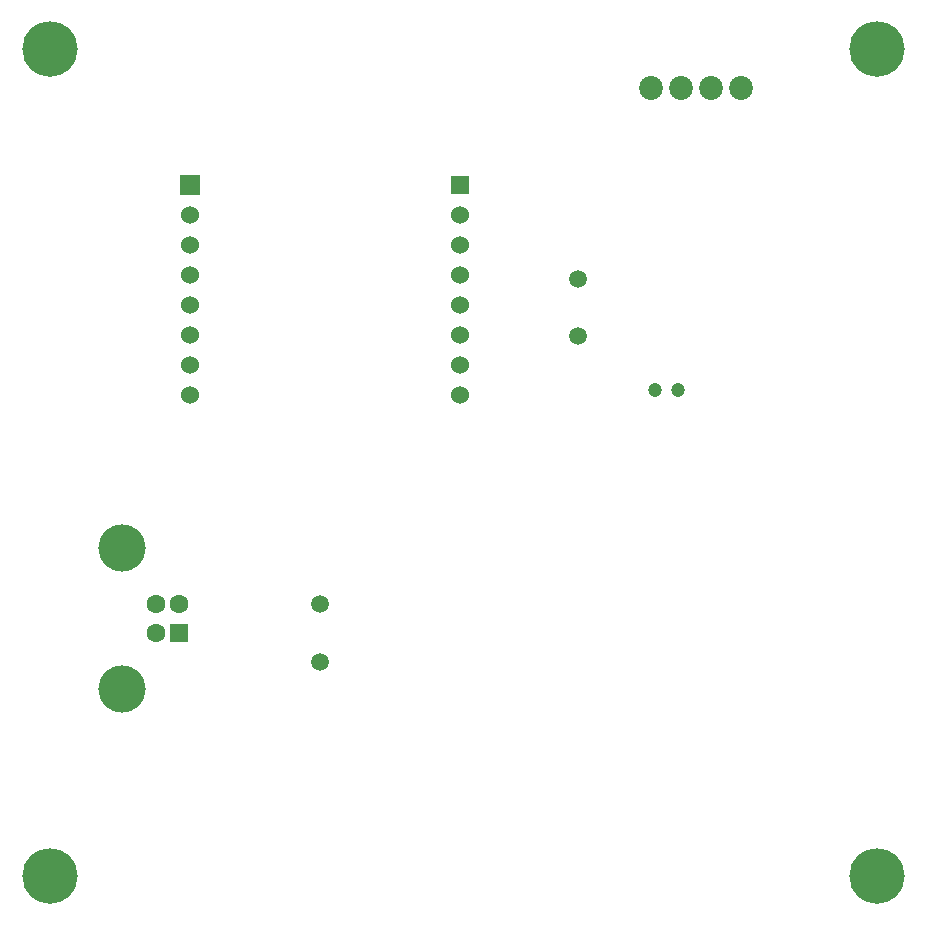
<source format=gbs>
G04 #@! TF.GenerationSoftware,KiCad,Pcbnew,8.0.6*
G04 #@! TF.CreationDate,2025-01-19T14:16:04-05:00*
G04 #@! TF.ProjectId,board_stm8_rev2,626f6172-645f-4737-946d-385f72657632,rev?*
G04 #@! TF.SameCoordinates,Original*
G04 #@! TF.FileFunction,Soldermask,Bot*
G04 #@! TF.FilePolarity,Negative*
%FSLAX46Y46*%
G04 Gerber Fmt 4.6, Leading zero omitted, Abs format (unit mm)*
G04 Created by KiCad (PCBNEW 8.0.6) date 2025-01-19 14:16:04*
%MOMM*%
%LPD*%
G01*
G04 APERTURE LIST*
%ADD10R,1.676400X1.676400*%
%ADD11C,1.524000*%
%ADD12R,1.524000X1.524000*%
%ADD13C,1.200000*%
%ADD14C,1.500000*%
%ADD15C,2.020000*%
%ADD16R,1.600000X1.600000*%
%ADD17C,1.600000*%
%ADD18C,4.000000*%
%ADD19C,4.700000*%
G04 APERTURE END LIST*
D10*
X146900000Y-86500000D03*
D11*
X146900000Y-89040000D03*
X146900000Y-91580000D03*
X146900000Y-94120000D03*
X146900000Y-96660000D03*
X146900000Y-99200000D03*
X146900000Y-101740000D03*
X146900000Y-104280000D03*
X169760000Y-104280000D03*
X169760000Y-101740000D03*
X169760000Y-99200000D03*
X169760000Y-96660000D03*
X169760000Y-94120000D03*
X169760000Y-91580000D03*
X169760000Y-89040000D03*
D12*
X169760000Y-86500000D03*
D13*
X188200000Y-103800000D03*
X186200000Y-103800000D03*
D14*
X179700000Y-94400000D03*
X179700000Y-99280000D03*
D15*
X193500000Y-78300000D03*
X190960000Y-78300000D03*
X188420000Y-78300000D03*
X185880000Y-78300000D03*
D14*
X157892000Y-126849000D03*
X157892000Y-121969000D03*
D16*
X145954000Y-124436000D03*
D17*
X145954000Y-121936000D03*
X143954000Y-121936000D03*
X143954000Y-124436000D03*
D18*
X141094000Y-129186000D03*
X141094000Y-117186000D03*
D19*
X135000000Y-75000000D03*
X205000000Y-75000000D03*
X205000000Y-145000000D03*
X135000000Y-145000000D03*
M02*

</source>
